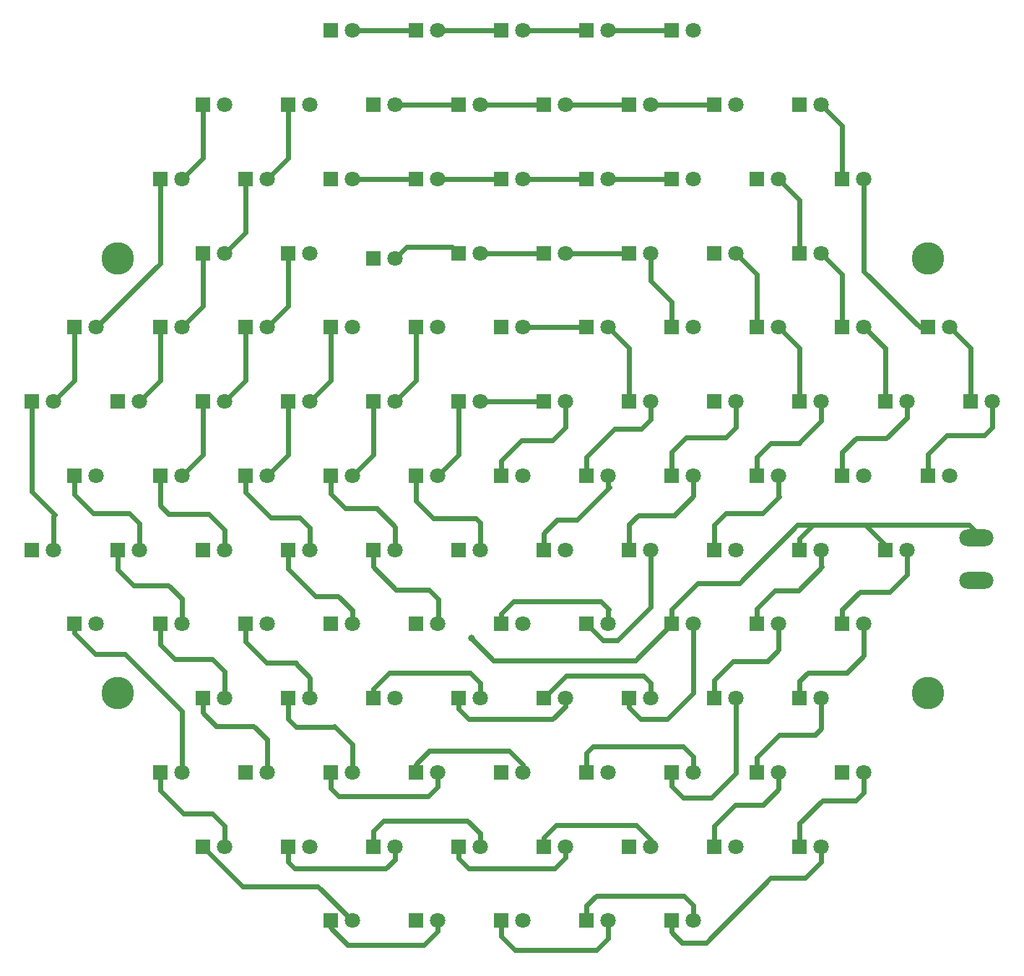
<source format=gtl>
G04 #@! TF.GenerationSoftware,KiCad,Pcbnew,7.0.5-7.0.5~ubuntu20.04.1*
G04 #@! TF.CreationDate,2023-12-18T21:42:52-03:00*
G04 #@! TF.ProjectId,LEDS,4c454453-2e6b-4696-9361-645f70636258,rev?*
G04 #@! TF.SameCoordinates,Original*
G04 #@! TF.FileFunction,Copper,L1,Top*
G04 #@! TF.FilePolarity,Positive*
%FSLAX46Y46*%
G04 Gerber Fmt 4.6, Leading zero omitted, Abs format (unit mm)*
G04 Created by KiCad (PCBNEW 7.0.5-7.0.5~ubuntu20.04.1) date 2023-12-18 21:42:52*
%MOMM*%
%LPD*%
G01*
G04 APERTURE LIST*
G04 #@! TA.AperFunction,ComponentPad*
%ADD10O,4.000000X2.000000*%
G04 #@! TD*
G04 #@! TA.AperFunction,ComponentPad*
%ADD11R,1.800000X1.800000*%
G04 #@! TD*
G04 #@! TA.AperFunction,ComponentPad*
%ADD12C,1.800000*%
G04 #@! TD*
G04 #@! TA.AperFunction,ViaPad*
%ADD13C,3.800000*%
G04 #@! TD*
G04 #@! TA.AperFunction,ViaPad*
%ADD14C,0.800000*%
G04 #@! TD*
G04 #@! TA.AperFunction,Conductor*
%ADD15C,0.609600*%
G04 #@! TD*
G04 APERTURE END LIST*
D10*
X155750000Y-112250000D03*
X155750000Y-107250000D03*
D11*
X65000000Y-143500000D03*
D12*
X67540000Y-143500000D03*
D11*
X50000000Y-100000000D03*
D12*
X52540000Y-100000000D03*
D11*
X115000000Y-108700000D03*
D12*
X117540000Y-108700000D03*
D11*
X100000000Y-100000000D03*
D12*
X102540000Y-100000000D03*
D11*
X85000000Y-143500000D03*
D12*
X87540000Y-143500000D03*
D11*
X120000000Y-47800000D03*
D12*
X122540000Y-47800000D03*
D11*
X60000000Y-65200000D03*
D12*
X62540000Y-65200000D03*
D11*
X75000000Y-108700000D03*
D12*
X77540000Y-108700000D03*
D11*
X75000000Y-73900000D03*
D12*
X77540000Y-73900000D03*
D11*
X80000000Y-152200000D03*
D12*
X82540000Y-152200000D03*
D11*
X80000000Y-134800000D03*
D12*
X82540000Y-134800000D03*
D11*
X90000000Y-117400000D03*
D12*
X92540000Y-117400000D03*
D11*
X95000000Y-73900000D03*
D12*
X97540000Y-73900000D03*
D11*
X135000000Y-143500000D03*
D12*
X137540000Y-143500000D03*
D11*
X55000000Y-91300000D03*
D12*
X57540000Y-91300000D03*
D11*
X70000000Y-100000000D03*
D12*
X72540000Y-100000000D03*
D11*
X50000000Y-117400000D03*
D12*
X52540000Y-117400000D03*
D11*
X150000000Y-82600000D03*
D12*
X152540000Y-82600000D03*
D11*
X125000000Y-91300000D03*
D12*
X127540000Y-91300000D03*
D11*
X90000000Y-100000000D03*
D12*
X92540000Y-100000000D03*
D11*
X85000000Y-91300000D03*
D12*
X87540000Y-91300000D03*
D11*
X120000000Y-152200000D03*
D12*
X122540000Y-152200000D03*
D11*
X115000000Y-56500000D03*
D12*
X117540000Y-56500000D03*
D11*
X95000000Y-56500000D03*
D12*
X97540000Y-56500000D03*
D11*
X90000000Y-47800000D03*
D12*
X92540000Y-47800000D03*
D11*
X60000000Y-117400000D03*
D12*
X62540000Y-117400000D03*
D11*
X130000000Y-117400000D03*
D12*
X132540000Y-117400000D03*
D11*
X145000000Y-91300000D03*
D12*
X147540000Y-91300000D03*
D11*
X50000000Y-82600000D03*
D12*
X52540000Y-82600000D03*
D11*
X110000000Y-82600000D03*
D12*
X112540000Y-82600000D03*
D11*
X125000000Y-126100000D03*
D12*
X127540000Y-126100000D03*
D11*
X65000000Y-126100000D03*
D12*
X67540000Y-126100000D03*
D11*
X65000000Y-73900000D03*
D12*
X67540000Y-73900000D03*
D11*
X105000000Y-108700000D03*
D12*
X107540000Y-108700000D03*
D11*
X110000000Y-152200000D03*
D12*
X112540000Y-152200000D03*
D11*
X110000000Y-47800000D03*
D12*
X112540000Y-47800000D03*
D11*
X70000000Y-117400000D03*
D12*
X72540000Y-117400000D03*
D11*
X75000000Y-91300000D03*
D12*
X77540000Y-91300000D03*
D11*
X85000000Y-126100000D03*
D12*
X87540000Y-126100000D03*
D11*
X120000000Y-134800000D03*
D12*
X122540000Y-134800000D03*
D11*
X90000000Y-134800000D03*
D12*
X92540000Y-134800000D03*
D11*
X65000000Y-91300000D03*
D12*
X67540000Y-91300000D03*
D11*
X80000000Y-82600000D03*
D12*
X82540000Y-82600000D03*
D11*
X105000000Y-91300000D03*
D12*
X107540000Y-91300000D03*
D11*
X80000000Y-65200000D03*
D12*
X82540000Y-65200000D03*
D11*
X125000000Y-73900000D03*
D12*
X127540000Y-73900000D03*
D11*
X110000000Y-65200000D03*
D12*
X112540000Y-65200000D03*
D11*
X110000000Y-100000000D03*
D12*
X112540000Y-100000000D03*
D11*
X125000000Y-143500000D03*
D12*
X127540000Y-143500000D03*
D11*
X100000000Y-117400000D03*
D12*
X102540000Y-117400000D03*
D11*
X55000000Y-108700000D03*
D12*
X57540000Y-108700000D03*
D11*
X45000000Y-108700000D03*
D12*
X47540000Y-108700000D03*
D11*
X65000000Y-108700000D03*
D12*
X67540000Y-108700000D03*
D11*
X85000000Y-56500000D03*
D12*
X87540000Y-56500000D03*
D11*
X115000000Y-91300000D03*
D12*
X117540000Y-91300000D03*
D11*
X120000000Y-65200000D03*
D12*
X122540000Y-65200000D03*
D11*
X130000000Y-100000000D03*
D12*
X132540000Y-100000000D03*
D11*
X60000000Y-100000000D03*
D12*
X62540000Y-100000000D03*
D11*
X70000000Y-134800000D03*
D12*
X72540000Y-134800000D03*
D11*
X75000000Y-126100000D03*
D12*
X77540000Y-126100000D03*
D11*
X115000000Y-126100000D03*
D12*
X117540000Y-126100000D03*
D11*
X100000000Y-65200000D03*
D12*
X102540000Y-65200000D03*
D11*
X95000000Y-91300000D03*
D12*
X97540000Y-91300000D03*
D11*
X140000000Y-82600000D03*
D12*
X142540000Y-82600000D03*
D11*
X70000000Y-82600000D03*
D12*
X72540000Y-82600000D03*
D11*
X90000000Y-65200000D03*
D12*
X92540000Y-65200000D03*
D11*
X135000000Y-91300000D03*
D12*
X137540000Y-91300000D03*
D11*
X80000000Y-47800000D03*
D12*
X82540000Y-47800000D03*
D11*
X110000000Y-117400000D03*
D12*
X112540000Y-117400000D03*
D11*
X125000000Y-108700000D03*
D12*
X127540000Y-108700000D03*
D11*
X60000000Y-134800000D03*
D12*
X62540000Y-134800000D03*
D11*
X120000000Y-100000000D03*
D12*
X122540000Y-100000000D03*
D11*
X130000000Y-65200000D03*
D12*
X132540000Y-65200000D03*
D11*
X115000000Y-143500000D03*
D12*
X117540000Y-143500000D03*
D11*
X100000000Y-134800000D03*
D12*
X102540000Y-134800000D03*
D11*
X135000000Y-73900000D03*
D12*
X137540000Y-73900000D03*
D11*
X135000000Y-56500000D03*
D12*
X137540000Y-56500000D03*
D11*
X110000000Y-134800000D03*
D12*
X112540000Y-134800000D03*
D11*
X60000000Y-82600000D03*
D12*
X62540000Y-82600000D03*
D11*
X90000000Y-152200000D03*
D12*
X92540000Y-152200000D03*
D11*
X105000000Y-126100000D03*
D12*
X107540000Y-126100000D03*
D11*
X75000000Y-56500000D03*
D12*
X77540000Y-56500000D03*
D11*
X115000000Y-73900000D03*
D12*
X117540000Y-73900000D03*
D11*
X140000000Y-134800000D03*
D12*
X142540000Y-134800000D03*
D11*
X120000000Y-117400000D03*
D12*
X122540000Y-117400000D03*
D11*
X80000000Y-117400000D03*
D12*
X82540000Y-117400000D03*
D11*
X130000000Y-82600000D03*
D12*
X132540000Y-82600000D03*
D11*
X95000000Y-126100000D03*
D12*
X97540000Y-126100000D03*
D11*
X85000000Y-74550000D03*
D12*
X87540000Y-74550000D03*
D11*
X75000000Y-143500000D03*
D12*
X77540000Y-143500000D03*
D11*
X100000000Y-47800000D03*
D12*
X102540000Y-47800000D03*
D11*
X100000000Y-82600000D03*
D12*
X102540000Y-82600000D03*
D11*
X65000000Y-56500000D03*
D12*
X67540000Y-56500000D03*
D11*
X105000000Y-56500000D03*
D12*
X107540000Y-56500000D03*
D11*
X140000000Y-100000000D03*
D12*
X142540000Y-100000000D03*
D11*
X135000000Y-108700000D03*
D12*
X137540000Y-108700000D03*
D11*
X150000000Y-100000000D03*
D12*
X152540000Y-100000000D03*
D11*
X100000000Y-152200000D03*
D12*
X102540000Y-152200000D03*
D11*
X70000000Y-65200000D03*
D12*
X72540000Y-65200000D03*
D11*
X155000000Y-91300000D03*
D12*
X157540000Y-91300000D03*
D11*
X130000000Y-134800000D03*
D12*
X132540000Y-134800000D03*
D11*
X80000000Y-100000000D03*
D12*
X82540000Y-100000000D03*
D11*
X85000000Y-108700000D03*
D12*
X87540000Y-108700000D03*
D11*
X145000000Y-108700000D03*
D12*
X147540000Y-108700000D03*
D11*
X125000000Y-56500000D03*
D12*
X127540000Y-56500000D03*
D11*
X90000000Y-82600000D03*
D12*
X92540000Y-82600000D03*
D11*
X140000000Y-117400000D03*
D12*
X142540000Y-117400000D03*
D11*
X120000000Y-82600000D03*
D12*
X122540000Y-82600000D03*
D11*
X45000000Y-91300000D03*
D12*
X47540000Y-91300000D03*
D11*
X140000000Y-65200000D03*
D12*
X142540000Y-65200000D03*
D11*
X95000000Y-143500000D03*
D12*
X97540000Y-143500000D03*
D11*
X105000000Y-73900000D03*
D12*
X107540000Y-73900000D03*
D11*
X135000000Y-126100000D03*
D12*
X137540000Y-126100000D03*
D11*
X95000000Y-108700000D03*
D12*
X97540000Y-108700000D03*
D11*
X105000000Y-143500000D03*
D12*
X107540000Y-143500000D03*
D13*
X55000000Y-74500000D03*
X150000000Y-74500000D03*
X150000000Y-125500000D03*
X55000000Y-125500000D03*
D14*
X96500000Y-119100000D03*
D15*
X142550000Y-105800000D02*
X142650000Y-105800000D01*
X142650000Y-105800000D02*
X145000000Y-108150000D01*
X145000000Y-108150000D02*
X145000000Y-108700000D01*
X100000000Y-100000000D02*
X100000000Y-98250000D01*
X102350000Y-95900000D02*
X106000000Y-95900000D01*
X107540000Y-94360000D02*
X107540000Y-91300000D01*
X100000000Y-98250000D02*
X102350000Y-95900000D01*
X106000000Y-95900000D02*
X107540000Y-94360000D01*
X105000000Y-91300000D02*
X97540000Y-91300000D01*
X95000000Y-91300000D02*
X95000000Y-97540000D01*
X95000000Y-97540000D02*
X92540000Y-100000000D01*
X92050000Y-105000000D02*
X97000000Y-105000000D01*
X90000000Y-100000000D02*
X90000000Y-102950000D01*
X90000000Y-102950000D02*
X92050000Y-105000000D01*
X97540000Y-105540000D02*
X97540000Y-108700000D01*
X97000000Y-105000000D02*
X97540000Y-105540000D01*
X112540000Y-101240000D02*
X112540000Y-100000000D01*
X112700000Y-101400000D02*
X112540000Y-101240000D01*
X105000000Y-106750000D02*
X106550000Y-105200000D01*
X105000000Y-108700000D02*
X105000000Y-106750000D01*
X106550000Y-105200000D02*
X108900000Y-105200000D01*
X108900000Y-105200000D02*
X112700000Y-101400000D01*
X117540000Y-93410000D02*
X117540000Y-91300000D01*
X110000000Y-97800000D02*
X113300000Y-94500000D01*
X110000000Y-100000000D02*
X110000000Y-97800000D01*
X113300000Y-94500000D02*
X116450000Y-94500000D01*
X116450000Y-94500000D02*
X117540000Y-93410000D01*
X115000000Y-91300000D02*
X115000000Y-85060000D01*
X115000000Y-85060000D02*
X112540000Y-82600000D01*
X110000000Y-82600000D02*
X102540000Y-82600000D01*
X90000000Y-88840000D02*
X87540000Y-91300000D01*
X90000000Y-82600000D02*
X90000000Y-88840000D01*
X85000000Y-97540000D02*
X82540000Y-100000000D01*
X85000000Y-91300000D02*
X85000000Y-97540000D01*
X80000000Y-102100000D02*
X81750000Y-103850000D01*
X85400000Y-103850000D02*
X87540000Y-105990000D01*
X81750000Y-103850000D02*
X85400000Y-103850000D01*
X87540000Y-105990000D02*
X87540000Y-108700000D01*
X80000000Y-100000000D02*
X80000000Y-102100000D01*
X91500000Y-113350000D02*
X92600000Y-114450000D01*
X85000000Y-108700000D02*
X85000000Y-110700000D01*
X85000000Y-110700000D02*
X87650000Y-113350000D01*
X87650000Y-113350000D02*
X91500000Y-113350000D01*
X92600000Y-114450000D02*
X92600000Y-117340000D01*
X92600000Y-117340000D02*
X92540000Y-117400000D01*
X100000000Y-117400000D02*
X100000000Y-116200000D01*
X112540000Y-115760000D02*
X112540000Y-117400000D01*
X112600000Y-115700000D02*
X112540000Y-115760000D01*
X111650000Y-114750000D02*
X112600000Y-115700000D01*
X100000000Y-116200000D02*
X101450000Y-114750000D01*
X101450000Y-114750000D02*
X111650000Y-114750000D01*
X113650000Y-119300000D02*
X117540000Y-115410000D01*
X117540000Y-115410000D02*
X117540000Y-108700000D01*
X110000000Y-117400000D02*
X111900000Y-119300000D01*
X111900000Y-119300000D02*
X113650000Y-119300000D01*
X116050000Y-104650000D02*
X120300000Y-104650000D01*
X115000000Y-108700000D02*
X115000000Y-105700000D01*
X115000000Y-105700000D02*
X116050000Y-104650000D01*
X120300000Y-104650000D02*
X122540000Y-102410000D01*
X122540000Y-102410000D02*
X122540000Y-100000000D01*
X120000000Y-100000000D02*
X120000000Y-97200000D01*
X121700000Y-95500000D02*
X126350000Y-95500000D01*
X126350000Y-95500000D02*
X127540000Y-94310000D01*
X120000000Y-97200000D02*
X121700000Y-95500000D01*
X127540000Y-94310000D02*
X127540000Y-91300000D01*
X120000000Y-79600000D02*
X117540000Y-77140000D01*
X117540000Y-77140000D02*
X117540000Y-73900000D01*
X120000000Y-82600000D02*
X120000000Y-79600000D01*
X115000000Y-73900000D02*
X107540000Y-73900000D01*
X105000000Y-73900000D02*
X97540000Y-73900000D01*
X95000000Y-73900000D02*
X94245200Y-73145200D01*
X94245200Y-73145200D02*
X88944800Y-73145200D01*
X88944800Y-73145200D02*
X87540000Y-74550000D01*
X80000000Y-88840000D02*
X77540000Y-91300000D01*
X80000000Y-82600000D02*
X80000000Y-88840000D01*
X75000000Y-91300000D02*
X75000000Y-97540000D01*
X75000000Y-97540000D02*
X72540000Y-100000000D01*
X76350000Y-104900000D02*
X77540000Y-106090000D01*
X70000000Y-101950000D02*
X72950000Y-104900000D01*
X70000000Y-100000000D02*
X70000000Y-101950000D01*
X72950000Y-104900000D02*
X76350000Y-104900000D01*
X77540000Y-106090000D02*
X77540000Y-108700000D01*
X82540000Y-115790000D02*
X82540000Y-117400000D01*
X75000000Y-110950000D02*
X78200000Y-114150000D01*
X78200000Y-114150000D02*
X80900000Y-114150000D01*
X75000000Y-108700000D02*
X75000000Y-110950000D01*
X80900000Y-114150000D02*
X82540000Y-115790000D01*
X85000000Y-126100000D02*
X85000000Y-125000000D01*
X86850000Y-123150000D02*
X96400000Y-123150000D01*
X97540000Y-124290000D02*
X97540000Y-126100000D01*
X85000000Y-125000000D02*
X86850000Y-123150000D01*
X96400000Y-123150000D02*
X97540000Y-124290000D01*
X95000000Y-127350000D02*
X96200000Y-128550000D01*
X106050000Y-128550000D02*
X107540000Y-127060000D01*
X96200000Y-128550000D02*
X106050000Y-128550000D01*
X107540000Y-127060000D02*
X107540000Y-126100000D01*
X95000000Y-126100000D02*
X95000000Y-127350000D01*
X105000000Y-126100000D02*
X107650000Y-123450000D01*
X116650000Y-123450000D02*
X117540000Y-124340000D01*
X107650000Y-123450000D02*
X116650000Y-123450000D01*
X117540000Y-124340000D02*
X117540000Y-126100000D01*
X119500000Y-128500000D02*
X122540000Y-125460000D01*
X115000000Y-127150000D02*
X116350000Y-128500000D01*
X115000000Y-126100000D02*
X115000000Y-127150000D01*
X116350000Y-128500000D02*
X119500000Y-128500000D01*
X122540000Y-125460000D02*
X122540000Y-117400000D01*
X132600000Y-102450000D02*
X132540000Y-102390000D01*
X125000000Y-108700000D02*
X125000000Y-105750000D01*
X132540000Y-102390000D02*
X132540000Y-100000000D01*
X126350000Y-104400000D02*
X130650000Y-104400000D01*
X130650000Y-104400000D02*
X132600000Y-102450000D01*
X125000000Y-105750000D02*
X126350000Y-104400000D01*
X130000000Y-97800000D02*
X131600000Y-96200000D01*
X134950000Y-96150000D02*
X137540000Y-93560000D01*
X134950000Y-96200000D02*
X134950000Y-96150000D01*
X131600000Y-96200000D02*
X134950000Y-96200000D01*
X137540000Y-93560000D02*
X137540000Y-91300000D01*
X130000000Y-100000000D02*
X130000000Y-97800000D01*
X135000000Y-91300000D02*
X135000000Y-85060000D01*
X135000000Y-85060000D02*
X132540000Y-82600000D01*
X130000000Y-82600000D02*
X130000000Y-76360000D01*
X130000000Y-76360000D02*
X127540000Y-73900000D01*
X120000000Y-65200000D02*
X112540000Y-65200000D01*
X110000000Y-65200000D02*
X102540000Y-65200000D01*
X100000000Y-65200000D02*
X92540000Y-65200000D01*
X90000000Y-65200000D02*
X82540000Y-65200000D01*
X75000000Y-73900000D02*
X75000000Y-80140000D01*
X75000000Y-80140000D02*
X72540000Y-82600000D01*
X70000000Y-88840000D02*
X67540000Y-91300000D01*
X70000000Y-82600000D02*
X70000000Y-88840000D01*
X65000000Y-97540000D02*
X62540000Y-100000000D01*
X65000000Y-91300000D02*
X65000000Y-97540000D01*
X60000000Y-100000000D02*
X60000000Y-103500000D01*
X65700000Y-104500000D02*
X67540000Y-106340000D01*
X61000000Y-104500000D02*
X65700000Y-104500000D01*
X60000000Y-103500000D02*
X61000000Y-104500000D01*
X67540000Y-106340000D02*
X67540000Y-108700000D01*
X77540000Y-123760000D02*
X77540000Y-126100000D01*
X75950000Y-121950000D02*
X75950000Y-122050000D01*
X75950000Y-122050000D02*
X77600000Y-123700000D01*
X77600000Y-123700000D02*
X77540000Y-123760000D01*
X70000000Y-119500000D02*
X72450000Y-121950000D01*
X70000000Y-117400000D02*
X70000000Y-119500000D01*
X72450000Y-121950000D02*
X75950000Y-121950000D01*
X82540000Y-131490000D02*
X82540000Y-134800000D01*
X75950000Y-129450000D02*
X80400000Y-129450000D01*
X75000000Y-126100000D02*
X75000000Y-128500000D01*
X75000000Y-128500000D02*
X75950000Y-129450000D01*
X80400000Y-129450000D02*
X80450000Y-129400000D01*
X80450000Y-129400000D02*
X82540000Y-131490000D01*
X92540000Y-136510000D02*
X92540000Y-134800000D01*
X80950000Y-137600000D02*
X91450000Y-137600000D01*
X80000000Y-136650000D02*
X80950000Y-137600000D01*
X91450000Y-137600000D02*
X92540000Y-136510000D01*
X80000000Y-134800000D02*
X80000000Y-136650000D01*
X102540000Y-133890000D02*
X102540000Y-134800000D01*
X90000000Y-133850000D02*
X91550000Y-132300000D01*
X90000000Y-134800000D02*
X90000000Y-133850000D01*
X100950000Y-132300000D02*
X102540000Y-133890000D01*
X91550000Y-132300000D02*
X100950000Y-132300000D01*
X154859441Y-105800000D02*
X142050000Y-105800000D01*
X96500000Y-119100000D02*
X99050000Y-121650000D01*
X99050000Y-121650000D02*
X115750000Y-121650000D01*
X134750000Y-105800000D02*
X127900000Y-112650000D01*
X120000000Y-115700000D02*
X123050000Y-112650000D01*
X156772614Y-107713173D02*
X154859441Y-105800000D01*
X135000000Y-108700000D02*
X135000000Y-107350000D01*
X136550000Y-105800000D02*
X134750000Y-105800000D01*
X123050000Y-112650000D02*
X126550000Y-112650000D01*
X120000000Y-117400000D02*
X120000000Y-115700000D01*
X135000000Y-107350000D02*
X136550000Y-105800000D01*
X115750000Y-121650000D02*
X120000000Y-117400000D01*
X142050000Y-105800000D02*
X142550000Y-105800000D01*
X127900000Y-112650000D02*
X126550000Y-112650000D01*
X136550000Y-105800000D02*
X142050000Y-105800000D01*
X110000000Y-132500000D02*
X110750000Y-131750000D01*
X110750000Y-131750000D02*
X121350000Y-131750000D01*
X122540000Y-132940000D02*
X122540000Y-134800000D01*
X110000000Y-134800000D02*
X110000000Y-132500000D01*
X121350000Y-131750000D02*
X122540000Y-132940000D01*
X124650000Y-137750000D02*
X127540000Y-134860000D01*
X120000000Y-134800000D02*
X120000000Y-136400000D01*
X127540000Y-134860000D02*
X127540000Y-126100000D01*
X121350000Y-137750000D02*
X124650000Y-137750000D01*
X120000000Y-136400000D02*
X121350000Y-137750000D01*
X131250000Y-121750000D02*
X132550000Y-120450000D01*
X132540000Y-120440000D02*
X132540000Y-117400000D01*
X127200000Y-121750000D02*
X131250000Y-121750000D01*
X125000000Y-123950000D02*
X127200000Y-121750000D01*
X125000000Y-126100000D02*
X125000000Y-123950000D01*
X132550000Y-120450000D02*
X132540000Y-120440000D01*
X137540000Y-110640000D02*
X137540000Y-108700000D01*
X130000000Y-117400000D02*
X130000000Y-115550000D01*
X132100000Y-113450000D02*
X134850000Y-113450000D01*
X130000000Y-115550000D02*
X132100000Y-113450000D01*
X134850000Y-113450000D02*
X137600000Y-110700000D01*
X137600000Y-110700000D02*
X137540000Y-110640000D01*
X140000000Y-100000000D02*
X140000000Y-97250000D01*
X140000000Y-97250000D02*
X141650000Y-95600000D01*
X145150000Y-95600000D02*
X147540000Y-93210000D01*
X147540000Y-93210000D02*
X147540000Y-91300000D01*
X141650000Y-95600000D02*
X145150000Y-95600000D01*
X145000000Y-85060000D02*
X142540000Y-82600000D01*
X145000000Y-91300000D02*
X145000000Y-85060000D01*
X140000000Y-82600000D02*
X140000000Y-76360000D01*
X140000000Y-76360000D02*
X137540000Y-73900000D01*
X132540000Y-65200000D02*
X135000000Y-67660000D01*
X135000000Y-67660000D02*
X135000000Y-73900000D01*
X125000000Y-56500000D02*
X117540000Y-56500000D01*
X115000000Y-56500000D02*
X107540000Y-56500000D01*
X105000000Y-56500000D02*
X97540000Y-56500000D01*
X95000000Y-56500000D02*
X87540000Y-56500000D01*
X75000000Y-62740000D02*
X72540000Y-65200000D01*
X75000000Y-56500000D02*
X75000000Y-62740000D01*
X70000000Y-65200000D02*
X70000000Y-71440000D01*
X70000000Y-71440000D02*
X67540000Y-73900000D01*
X65000000Y-80140000D02*
X62540000Y-82600000D01*
X65000000Y-73900000D02*
X65000000Y-80140000D01*
X60000000Y-88840000D02*
X57540000Y-91300000D01*
X60000000Y-82600000D02*
X60000000Y-88840000D01*
X52200000Y-104450000D02*
X56400000Y-104450000D01*
X57540000Y-105590000D02*
X57540000Y-108700000D01*
X50000000Y-100000000D02*
X50000000Y-102250000D01*
X50000000Y-102250000D02*
X52200000Y-104450000D01*
X56400000Y-104450000D02*
X57540000Y-105590000D01*
X56900000Y-112900000D02*
X61000000Y-112900000D01*
X55000000Y-108700000D02*
X55000000Y-111000000D01*
X61000000Y-112900000D02*
X62540000Y-114440000D01*
X55000000Y-111000000D02*
X56900000Y-112900000D01*
X62540000Y-114440000D02*
X62540000Y-117400000D01*
X67540000Y-122940000D02*
X67540000Y-126100000D01*
X66100000Y-121500000D02*
X67540000Y-122940000D01*
X61700000Y-121500000D02*
X66100000Y-121500000D01*
X60000000Y-119800000D02*
X61700000Y-121500000D01*
X60000000Y-117400000D02*
X60000000Y-119800000D01*
X65000000Y-126100000D02*
X65000000Y-127800000D01*
X65000000Y-127800000D02*
X66550000Y-129350000D01*
X72540000Y-130940000D02*
X72540000Y-134800000D01*
X70950000Y-129350000D02*
X72540000Y-130940000D01*
X66550000Y-129350000D02*
X70950000Y-129350000D01*
X75000000Y-145300000D02*
X75000000Y-143500000D01*
X87540000Y-143500000D02*
X87540000Y-145010000D01*
X87540000Y-145010000D02*
X86450000Y-146100000D01*
X86450000Y-146100000D02*
X75800000Y-146100000D01*
X75800000Y-146100000D02*
X75000000Y-145300000D01*
X86200000Y-140450000D02*
X96050000Y-140450000D01*
X96050000Y-140450000D02*
X97540000Y-141940000D01*
X85000000Y-141650000D02*
X86200000Y-140450000D01*
X97540000Y-141940000D02*
X97540000Y-143500000D01*
X85000000Y-143500000D02*
X85000000Y-141650000D01*
X95000000Y-143500000D02*
X95000000Y-144900000D01*
X96200000Y-146100000D02*
X106250000Y-146100000D01*
X107540000Y-144810000D02*
X107540000Y-143500000D01*
X95000000Y-144900000D02*
X96200000Y-146100000D01*
X106250000Y-146100000D02*
X107540000Y-144810000D01*
X105000000Y-143500000D02*
X105000000Y-142400000D01*
X105000000Y-142400000D02*
X106450000Y-140950000D01*
X115850000Y-140950000D02*
X117540000Y-142640000D01*
X117540000Y-142640000D02*
X117540000Y-143500000D01*
X106450000Y-140950000D02*
X115850000Y-140950000D01*
X125000000Y-143500000D02*
X125000000Y-141050000D01*
X130700000Y-138600000D02*
X132550000Y-136750000D01*
X127450000Y-138600000D02*
X130700000Y-138600000D01*
X132540000Y-136740000D02*
X132540000Y-134800000D01*
X132550000Y-136750000D02*
X132540000Y-136740000D01*
X125000000Y-141050000D02*
X127450000Y-138600000D01*
X130000000Y-133000000D02*
X132600000Y-130400000D01*
X136800000Y-130400000D02*
X137540000Y-129660000D01*
X132600000Y-130400000D02*
X136800000Y-130400000D01*
X137540000Y-129660000D02*
X137540000Y-126100000D01*
X130000000Y-134800000D02*
X130000000Y-133000000D01*
X140550000Y-123100000D02*
X142540000Y-121110000D01*
X135000000Y-124050000D02*
X135950000Y-123100000D01*
X135950000Y-123100000D02*
X140550000Y-123100000D01*
X142540000Y-121110000D02*
X142540000Y-117400000D01*
X135000000Y-126100000D02*
X135000000Y-124050000D01*
X142050000Y-113600000D02*
X145550000Y-113600000D01*
X140000000Y-115650000D02*
X142050000Y-113600000D01*
X145550000Y-113600000D02*
X147540000Y-111610000D01*
X140000000Y-117400000D02*
X140000000Y-115650000D01*
X147540000Y-111610000D02*
X147540000Y-108700000D01*
X157540000Y-94360000D02*
X157540000Y-91300000D01*
X150000000Y-97500000D02*
X152200000Y-95300000D01*
X150000000Y-100000000D02*
X150000000Y-97500000D01*
X156600000Y-95300000D02*
X157540000Y-94360000D01*
X152200000Y-95300000D02*
X156600000Y-95300000D01*
X155000000Y-85060000D02*
X152540000Y-82600000D01*
X155000000Y-91300000D02*
X155000000Y-85060000D01*
X142540000Y-76040000D02*
X142540000Y-65200000D01*
X149100000Y-82600000D02*
X142540000Y-76040000D01*
X150000000Y-82600000D02*
X149100000Y-82600000D01*
X140000000Y-58960000D02*
X137540000Y-56500000D01*
X140000000Y-65200000D02*
X140000000Y-58960000D01*
X120000000Y-47800000D02*
X112540000Y-47800000D01*
X110000000Y-47800000D02*
X102540000Y-47800000D01*
X100000000Y-47800000D02*
X92540000Y-47800000D01*
X90000000Y-47800000D02*
X82540000Y-47800000D01*
X65000000Y-56500000D02*
X65000000Y-62740000D01*
X65000000Y-62740000D02*
X62540000Y-65200000D01*
X60000000Y-65200000D02*
X60000000Y-75140000D01*
X60000000Y-75140000D02*
X52540000Y-82600000D01*
X50000000Y-82600000D02*
X50000000Y-88840000D01*
X50000000Y-88840000D02*
X47540000Y-91300000D01*
X47540000Y-104710000D02*
X47540000Y-108700000D01*
X47700000Y-104550000D02*
X47540000Y-104710000D01*
X45000000Y-101850000D02*
X47700000Y-104550000D01*
X45000000Y-91300000D02*
X45000000Y-101850000D01*
X50000000Y-118500000D02*
X52400000Y-120900000D01*
X52400000Y-120900000D02*
X55850000Y-120900000D01*
X50000000Y-117400000D02*
X50000000Y-118500000D01*
X55850000Y-120900000D02*
X62540000Y-127590000D01*
X62540000Y-127590000D02*
X62540000Y-134800000D01*
X67540000Y-141040000D02*
X67540000Y-143500000D01*
X62750000Y-139650000D02*
X66150000Y-139650000D01*
X60000000Y-136900000D02*
X62750000Y-139650000D01*
X60000000Y-134800000D02*
X60000000Y-136900000D01*
X66150000Y-139650000D02*
X67540000Y-141040000D01*
X65000000Y-143500000D02*
X69650000Y-148150000D01*
X69650000Y-148150000D02*
X78490000Y-148150000D01*
X78490000Y-148150000D02*
X82540000Y-152200000D01*
X80000000Y-153050000D02*
X82000000Y-155050000D01*
X82000000Y-155050000D02*
X90950000Y-155050000D01*
X90950000Y-155050000D02*
X92540000Y-153460000D01*
X92540000Y-153460000D02*
X92540000Y-152200000D01*
X80000000Y-152200000D02*
X80000000Y-153050000D01*
X101650000Y-155650000D02*
X111200000Y-155650000D01*
X100000000Y-152200000D02*
X100000000Y-154000000D01*
X111200000Y-155650000D02*
X112540000Y-154310000D01*
X100000000Y-154000000D02*
X101650000Y-155650000D01*
X112540000Y-154310000D02*
X112540000Y-152200000D01*
X111150000Y-149250000D02*
X121400000Y-149250000D01*
X122540000Y-150390000D02*
X122540000Y-152200000D01*
X110000000Y-152200000D02*
X110000000Y-150400000D01*
X121400000Y-149250000D02*
X122540000Y-150390000D01*
X110000000Y-150400000D02*
X111150000Y-149250000D01*
X120000000Y-152200000D02*
X120000000Y-153550000D01*
X135650000Y-147200000D02*
X137540000Y-145310000D01*
X121200000Y-154750000D02*
X124050000Y-154750000D01*
X120000000Y-153550000D02*
X121200000Y-154750000D01*
X131600000Y-147200000D02*
X135650000Y-147200000D01*
X137540000Y-145310000D02*
X137540000Y-143500000D01*
X124050000Y-154750000D02*
X131600000Y-147200000D01*
X141600000Y-138100000D02*
X142540000Y-137160000D01*
X135000000Y-143500000D02*
X135000000Y-140750000D01*
X135000000Y-140750000D02*
X137650000Y-138100000D01*
X137650000Y-138100000D02*
X141600000Y-138100000D01*
X142540000Y-137160000D02*
X142540000Y-134800000D01*
M02*

</source>
